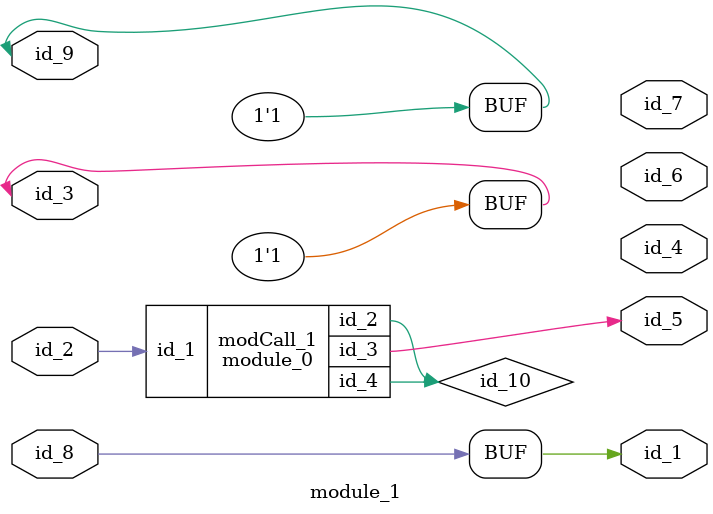
<source format=v>
module module_0 (
    id_1,
    id_2,
    id_3,
    id_4
);
  output wire id_4;
  output wire id_3;
  inout wire id_2;
  input wire id_1;
  wire id_5;
endmodule
module module_1 (
    id_1,
    id_2,
    id_3,
    id_4,
    id_5,
    id_6,
    id_7,
    id_8,
    id_9
);
  input wire id_9;
  input wire id_8;
  output wire id_7;
  output wire id_6;
  output wire id_5;
  output wire id_4;
  inout wire id_3;
  input wire id_2;
  output wire id_1;
  initial id_3 <= -1;
  assign id_1 = id_8;
  assign id_3 = id_3;
  wire id_10;
  module_0 modCall_1 (
      id_2,
      id_10,
      id_5,
      id_10
  );
  assign id_3 = id_9;
endmodule

</source>
